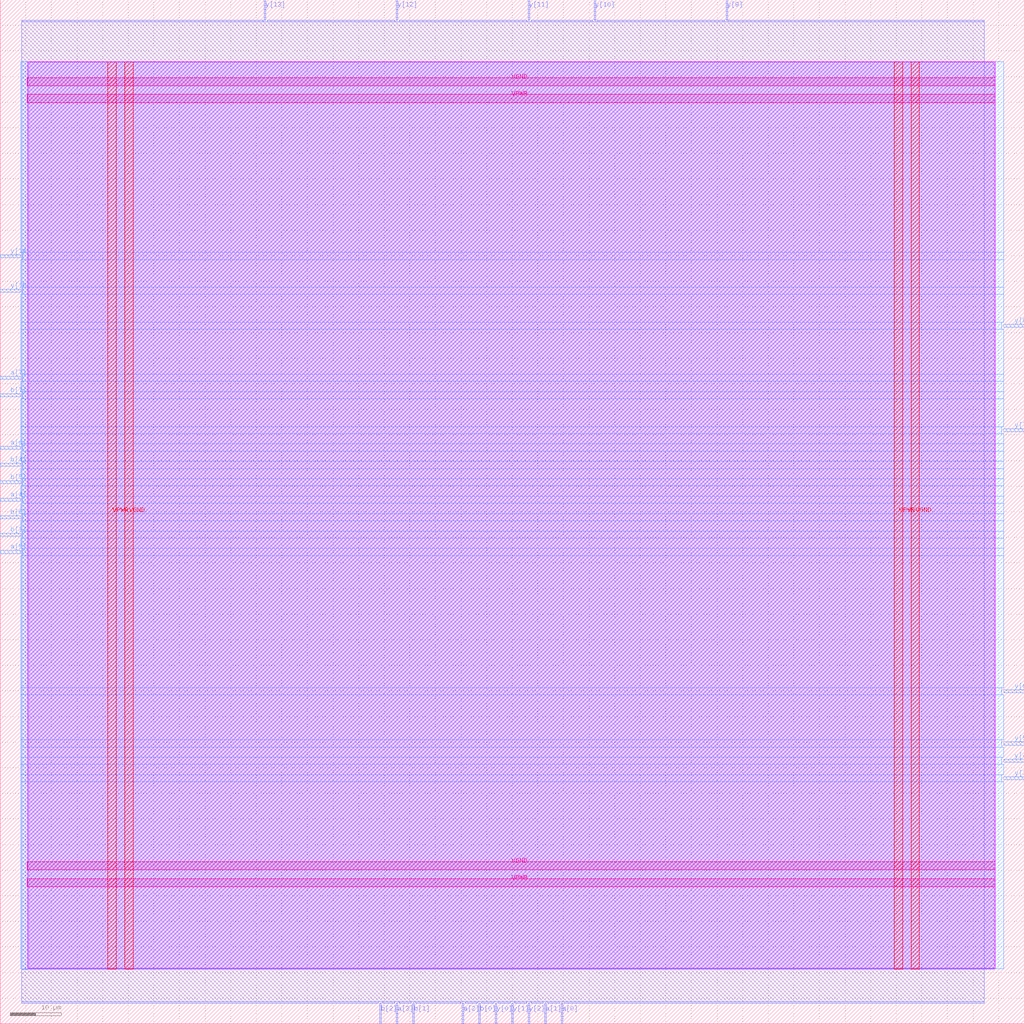
<source format=lef>
VERSION 5.7 ;
  NOWIREEXTENSIONATPIN ON ;
  DIVIDERCHAR "/" ;
  BUSBITCHARS "[]" ;
MACRO mult8_comb
  CLASS BLOCK ;
  FOREIGN mult8_comb ;
  ORIGIN 0.000 0.000 ;
  SIZE 200.000 BY 200.000 ;
  PIN VGND
    DIRECTION INOUT ;
    USE GROUND ;
    PORT
      LAYER met4 ;
        RECT 24.340 10.640 25.940 187.920 ;
    END
    PORT
      LAYER met4 ;
        RECT 177.940 10.640 179.540 187.920 ;
    END
    PORT
      LAYER met5 ;
        RECT 5.280 30.030 194.360 31.630 ;
    END
    PORT
      LAYER met5 ;
        RECT 5.280 183.210 194.360 184.810 ;
    END
  END VGND
  PIN VPWR
    DIRECTION INOUT ;
    USE POWER ;
    PORT
      LAYER met4 ;
        RECT 21.040 10.640 22.640 187.920 ;
    END
    PORT
      LAYER met4 ;
        RECT 174.640 10.640 176.240 187.920 ;
    END
    PORT
      LAYER met5 ;
        RECT 5.280 26.730 194.360 28.330 ;
    END
    PORT
      LAYER met5 ;
        RECT 5.280 179.910 194.360 181.510 ;
    END
  END VPWR
  PIN a[0]
    DIRECTION INPUT ;
    USE SIGNAL ;
    ANTENNAGATEAREA 0.126000 ;
    PORT
      LAYER met2 ;
        RECT 109.570 0.000 109.850 4.000 ;
    END
  END a[0]
  PIN a[1]
    DIRECTION INPUT ;
    USE SIGNAL ;
    ANTENNAGATEAREA 0.196500 ;
    PORT
      LAYER met2 ;
        RECT 106.350 0.000 106.630 4.000 ;
    END
  END a[1]
  PIN a[2]
    DIRECTION INPUT ;
    USE SIGNAL ;
    ANTENNAGATEAREA 0.213000 ;
    PORT
      LAYER met2 ;
        RECT 90.250 0.000 90.530 4.000 ;
    END
  END a[2]
  PIN a[3]
    DIRECTION INPUT ;
    USE SIGNAL ;
    ANTENNAGATEAREA 0.213000 ;
    PORT
      LAYER met2 ;
        RECT 77.370 0.000 77.650 4.000 ;
    END
  END a[3]
  PIN a[4]
    DIRECTION INPUT ;
    USE SIGNAL ;
    ANTENNAGATEAREA 0.495000 ;
    PORT
      LAYER met3 ;
        RECT 0.000 102.040 4.000 102.640 ;
    END
  END a[4]
  PIN a[5]
    DIRECTION INPUT ;
    USE SIGNAL ;
    ANTENNAGATEAREA 0.495000 ;
    PORT
      LAYER met3 ;
        RECT 0.000 91.840 4.000 92.440 ;
    END
  END a[5]
  PIN a[6]
    DIRECTION INPUT ;
    USE SIGNAL ;
    ANTENNAGATEAREA 0.126000 ;
    PORT
      LAYER met3 ;
        RECT 0.000 112.240 4.000 112.840 ;
    END
  END a[6]
  PIN a[7]
    DIRECTION INPUT ;
    USE SIGNAL ;
    ANTENNAGATEAREA 0.196500 ;
    PORT
      LAYER met3 ;
        RECT 0.000 125.840 4.000 126.440 ;
    END
  END a[7]
  PIN b[0]
    DIRECTION INPUT ;
    USE SIGNAL ;
    ANTENNAGATEAREA 0.126000 ;
    PORT
      LAYER met2 ;
        RECT 93.470 0.000 93.750 4.000 ;
    END
  END b[0]
  PIN b[1]
    DIRECTION INPUT ;
    USE SIGNAL ;
    ANTENNAGATEAREA 0.196500 ;
    PORT
      LAYER met2 ;
        RECT 80.590 0.000 80.870 4.000 ;
    END
  END b[1]
  PIN b[2]
    DIRECTION INPUT ;
    USE SIGNAL ;
    ANTENNAGATEAREA 0.196500 ;
    PORT
      LAYER met2 ;
        RECT 74.150 0.000 74.430 4.000 ;
    END
  END b[2]
  PIN b[3]
    DIRECTION INPUT ;
    USE SIGNAL ;
    ANTENNAGATEAREA 0.196500 ;
    PORT
      LAYER met3 ;
        RECT 0.000 95.240 4.000 95.840 ;
    END
  END b[3]
  PIN b[4]
    DIRECTION INPUT ;
    USE SIGNAL ;
    ANTENNAGATEAREA 0.196500 ;
    PORT
      LAYER met3 ;
        RECT 0.000 108.840 4.000 109.440 ;
    END
  END b[4]
  PIN b[5]
    DIRECTION INPUT ;
    USE SIGNAL ;
    ANTENNAGATEAREA 0.213000 ;
    PORT
      LAYER met3 ;
        RECT 0.000 105.440 4.000 106.040 ;
    END
  END b[5]
  PIN b[6]
    DIRECTION INPUT ;
    USE SIGNAL ;
    ANTENNAGATEAREA 0.196500 ;
    PORT
      LAYER met3 ;
        RECT 0.000 98.640 4.000 99.240 ;
    END
  END b[6]
  PIN b[7]
    DIRECTION INPUT ;
    USE SIGNAL ;
    ANTENNAGATEAREA 0.213000 ;
    PORT
      LAYER met3 ;
        RECT 0.000 122.440 4.000 123.040 ;
    END
  END b[7]
  PIN y[0]
    DIRECTION OUTPUT ;
    USE SIGNAL ;
    ANTENNADIFFAREA 0.445500 ;
    PORT
      LAYER met2 ;
        RECT 96.690 0.000 96.970 4.000 ;
    END
  END y[0]
  PIN y[10]
    DIRECTION OUTPUT ;
    USE SIGNAL ;
    ANTENNADIFFAREA 1.336500 ;
    PORT
      LAYER met2 ;
        RECT 116.010 196.000 116.290 200.000 ;
    END
  END y[10]
  PIN y[11]
    DIRECTION OUTPUT ;
    USE SIGNAL ;
    ANTENNADIFFAREA 1.336500 ;
    PORT
      LAYER met2 ;
        RECT 103.130 196.000 103.410 200.000 ;
    END
  END y[11]
  PIN y[12]
    DIRECTION OUTPUT ;
    USE SIGNAL ;
    ANTENNADIFFAREA 0.891000 ;
    PORT
      LAYER met2 ;
        RECT 77.370 196.000 77.650 200.000 ;
    END
  END y[12]
  PIN y[13]
    DIRECTION OUTPUT ;
    USE SIGNAL ;
    ANTENNADIFFAREA 1.782000 ;
    PORT
      LAYER met2 ;
        RECT 51.610 196.000 51.890 200.000 ;
    END
  END y[13]
  PIN y[14]
    DIRECTION OUTPUT ;
    USE SIGNAL ;
    ANTENNADIFFAREA 1.336500 ;
    PORT
      LAYER met3 ;
        RECT 0.000 149.640 4.000 150.240 ;
    END
  END y[14]
  PIN y[15]
    DIRECTION OUTPUT ;
    USE SIGNAL ;
    ANTENNADIFFAREA 1.782000 ;
    PORT
      LAYER met3 ;
        RECT 0.000 142.840 4.000 143.440 ;
    END
  END y[15]
  PIN y[1]
    DIRECTION OUTPUT ;
    USE SIGNAL ;
    ANTENNADIFFAREA 0.445500 ;
    PORT
      LAYER met2 ;
        RECT 99.910 0.000 100.190 4.000 ;
    END
  END y[1]
  PIN y[2]
    DIRECTION OUTPUT ;
    USE SIGNAL ;
    ANTENNADIFFAREA 0.445500 ;
    PORT
      LAYER met2 ;
        RECT 103.130 0.000 103.410 4.000 ;
    END
  END y[2]
  PIN y[3]
    DIRECTION OUTPUT ;
    USE SIGNAL ;
    ANTENNADIFFAREA 0.445500 ;
    PORT
      LAYER met3 ;
        RECT 196.000 47.640 200.000 48.240 ;
    END
  END y[3]
  PIN y[4]
    DIRECTION OUTPUT ;
    USE SIGNAL ;
    ANTENNADIFFAREA 0.445500 ;
    PORT
      LAYER met3 ;
        RECT 196.000 51.040 200.000 51.640 ;
    END
  END y[4]
  PIN y[5]
    DIRECTION OUTPUT ;
    USE SIGNAL ;
    ANTENNADIFFAREA 0.445500 ;
    PORT
      LAYER met3 ;
        RECT 196.000 54.440 200.000 55.040 ;
    END
  END y[5]
  PIN y[6]
    DIRECTION OUTPUT ;
    USE SIGNAL ;
    ANTENNADIFFAREA 0.445500 ;
    PORT
      LAYER met3 ;
        RECT 196.000 64.640 200.000 65.240 ;
    END
  END y[6]
  PIN y[7]
    DIRECTION OUTPUT ;
    USE SIGNAL ;
    ANTENNADIFFAREA 0.445500 ;
    PORT
      LAYER met3 ;
        RECT 196.000 115.640 200.000 116.240 ;
    END
  END y[7]
  PIN y[8]
    DIRECTION OUTPUT ;
    USE SIGNAL ;
    ANTENNADIFFAREA 0.445500 ;
    PORT
      LAYER met3 ;
        RECT 196.000 136.040 200.000 136.640 ;
    END
  END y[8]
  PIN y[9]
    DIRECTION OUTPUT ;
    USE SIGNAL ;
    ANTENNADIFFAREA 1.336500 ;
    PORT
      LAYER met2 ;
        RECT 141.770 196.000 142.050 200.000 ;
    END
  END y[9]
  OBS
      LAYER nwell ;
        RECT 5.330 10.795 194.310 187.870 ;
      LAYER li1 ;
        RECT 5.520 10.795 194.120 187.765 ;
      LAYER met1 ;
        RECT 4.210 10.640 194.120 187.920 ;
      LAYER met2 ;
        RECT 4.230 195.720 51.330 196.000 ;
        RECT 52.170 195.720 77.090 196.000 ;
        RECT 77.930 195.720 102.850 196.000 ;
        RECT 103.690 195.720 115.730 196.000 ;
        RECT 116.570 195.720 141.490 196.000 ;
        RECT 142.330 195.720 192.190 196.000 ;
        RECT 4.230 4.280 192.190 195.720 ;
        RECT 4.230 4.000 73.870 4.280 ;
        RECT 74.710 4.000 77.090 4.280 ;
        RECT 77.930 4.000 80.310 4.280 ;
        RECT 81.150 4.000 89.970 4.280 ;
        RECT 90.810 4.000 93.190 4.280 ;
        RECT 94.030 4.000 96.410 4.280 ;
        RECT 97.250 4.000 99.630 4.280 ;
        RECT 100.470 4.000 102.850 4.280 ;
        RECT 103.690 4.000 106.070 4.280 ;
        RECT 106.910 4.000 109.290 4.280 ;
        RECT 110.130 4.000 192.190 4.280 ;
      LAYER met3 ;
        RECT 3.990 150.640 196.000 187.845 ;
        RECT 4.400 149.240 196.000 150.640 ;
        RECT 3.990 143.840 196.000 149.240 ;
        RECT 4.400 142.440 196.000 143.840 ;
        RECT 3.990 137.040 196.000 142.440 ;
        RECT 3.990 135.640 195.600 137.040 ;
        RECT 3.990 126.840 196.000 135.640 ;
        RECT 4.400 125.440 196.000 126.840 ;
        RECT 3.990 123.440 196.000 125.440 ;
        RECT 4.400 122.040 196.000 123.440 ;
        RECT 3.990 116.640 196.000 122.040 ;
        RECT 3.990 115.240 195.600 116.640 ;
        RECT 3.990 113.240 196.000 115.240 ;
        RECT 4.400 111.840 196.000 113.240 ;
        RECT 3.990 109.840 196.000 111.840 ;
        RECT 4.400 108.440 196.000 109.840 ;
        RECT 3.990 106.440 196.000 108.440 ;
        RECT 4.400 105.040 196.000 106.440 ;
        RECT 3.990 103.040 196.000 105.040 ;
        RECT 4.400 101.640 196.000 103.040 ;
        RECT 3.990 99.640 196.000 101.640 ;
        RECT 4.400 98.240 196.000 99.640 ;
        RECT 3.990 96.240 196.000 98.240 ;
        RECT 4.400 94.840 196.000 96.240 ;
        RECT 3.990 92.840 196.000 94.840 ;
        RECT 4.400 91.440 196.000 92.840 ;
        RECT 3.990 65.640 196.000 91.440 ;
        RECT 3.990 64.240 195.600 65.640 ;
        RECT 3.990 55.440 196.000 64.240 ;
        RECT 3.990 54.040 195.600 55.440 ;
        RECT 3.990 52.040 196.000 54.040 ;
        RECT 3.990 50.640 195.600 52.040 ;
        RECT 3.990 48.640 196.000 50.640 ;
        RECT 3.990 47.240 195.600 48.640 ;
        RECT 3.990 10.715 196.000 47.240 ;
  END
END mult8_comb
END LIBRARY


</source>
